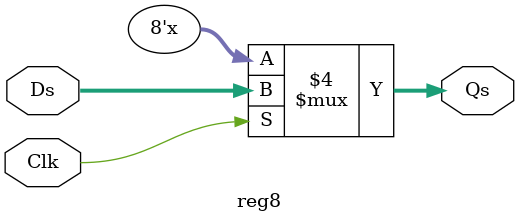
<source format=v>
module reg8 (output reg[7:0] Qs, input [7:0] Ds, input Clk);
	always@(Clk)
		if(Clk == 1)
			Qs = Ds;
endmodule
</source>
